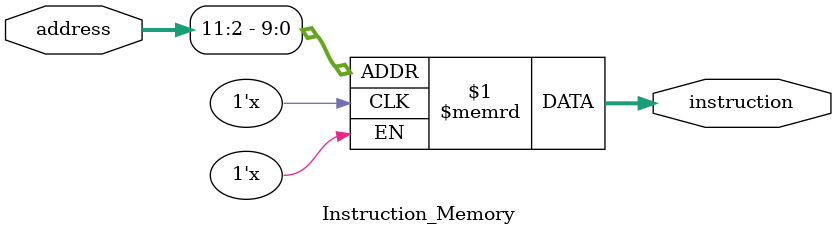
<source format=v>
module Instruction_Memory #(
    parameter address_bits = 12, 
    parameter data_width = 32
)(    
    input [address_bits-1:0] address,
        
    output reg [data_width-1:0] instruction
);

localparam depth = 2**(address_bits-2); // 2^12 memory locations = 4096 Bytes = 4KB Memory
// Address is of 12 bits
// There are 2^12 memory locations or 2^12 bytes of memory or 4096 bytes
// I give byte addresses but my instruction is of 4 bytes or 1 word
// I have defined my memory word wise. Thus, 2^12/2^2 = 2^10 word addresses
reg [data_width-1:0] memory_block [0:depth-1]; 

// Byte-Word Conversion
assign instruction = memory_block[address[address_bits-1:2]];

endmodule
</source>
